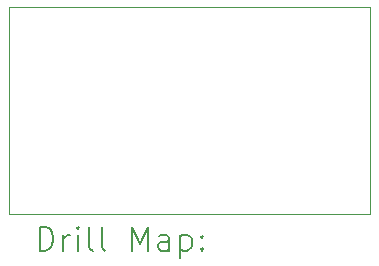
<source format=gbr>
%TF.GenerationSoftware,KiCad,Pcbnew,8.0.8*%
%TF.CreationDate,2025-02-20T18:26:07-06:00*%
%TF.ProjectId,LED_CIRCUIT,4c45445f-4349-4524-9355-49542e6b6963,rev?*%
%TF.SameCoordinates,Original*%
%TF.FileFunction,Drillmap*%
%TF.FilePolarity,Positive*%
%FSLAX45Y45*%
G04 Gerber Fmt 4.5, Leading zero omitted, Abs format (unit mm)*
G04 Created by KiCad (PCBNEW 8.0.8) date 2025-02-20 18:26:07*
%MOMM*%
%LPD*%
G01*
G04 APERTURE LIST*
%ADD10C,0.050000*%
%ADD11C,0.200000*%
G04 APERTURE END LIST*
D10*
X11450000Y-5750000D02*
X11450000Y-7500000D01*
X14500000Y-7500000D02*
X11450000Y-7500000D01*
X14500000Y-5750000D02*
X14500000Y-7500000D01*
X14500000Y-5750000D02*
X11450000Y-5750000D01*
D11*
X11708277Y-7813984D02*
X11708277Y-7613984D01*
X11708277Y-7613984D02*
X11755896Y-7613984D01*
X11755896Y-7613984D02*
X11784467Y-7623508D01*
X11784467Y-7623508D02*
X11803515Y-7642555D01*
X11803515Y-7642555D02*
X11813039Y-7661603D01*
X11813039Y-7661603D02*
X11822562Y-7699698D01*
X11822562Y-7699698D02*
X11822562Y-7728269D01*
X11822562Y-7728269D02*
X11813039Y-7766365D01*
X11813039Y-7766365D02*
X11803515Y-7785412D01*
X11803515Y-7785412D02*
X11784467Y-7804460D01*
X11784467Y-7804460D02*
X11755896Y-7813984D01*
X11755896Y-7813984D02*
X11708277Y-7813984D01*
X11908277Y-7813984D02*
X11908277Y-7680650D01*
X11908277Y-7718746D02*
X11917801Y-7699698D01*
X11917801Y-7699698D02*
X11927324Y-7690174D01*
X11927324Y-7690174D02*
X11946372Y-7680650D01*
X11946372Y-7680650D02*
X11965420Y-7680650D01*
X12032086Y-7813984D02*
X12032086Y-7680650D01*
X12032086Y-7613984D02*
X12022562Y-7623508D01*
X12022562Y-7623508D02*
X12032086Y-7633031D01*
X12032086Y-7633031D02*
X12041610Y-7623508D01*
X12041610Y-7623508D02*
X12032086Y-7613984D01*
X12032086Y-7613984D02*
X12032086Y-7633031D01*
X12155896Y-7813984D02*
X12136848Y-7804460D01*
X12136848Y-7804460D02*
X12127324Y-7785412D01*
X12127324Y-7785412D02*
X12127324Y-7613984D01*
X12260658Y-7813984D02*
X12241610Y-7804460D01*
X12241610Y-7804460D02*
X12232086Y-7785412D01*
X12232086Y-7785412D02*
X12232086Y-7613984D01*
X12489229Y-7813984D02*
X12489229Y-7613984D01*
X12489229Y-7613984D02*
X12555896Y-7756841D01*
X12555896Y-7756841D02*
X12622562Y-7613984D01*
X12622562Y-7613984D02*
X12622562Y-7813984D01*
X12803515Y-7813984D02*
X12803515Y-7709222D01*
X12803515Y-7709222D02*
X12793991Y-7690174D01*
X12793991Y-7690174D02*
X12774943Y-7680650D01*
X12774943Y-7680650D02*
X12736848Y-7680650D01*
X12736848Y-7680650D02*
X12717801Y-7690174D01*
X12803515Y-7804460D02*
X12784467Y-7813984D01*
X12784467Y-7813984D02*
X12736848Y-7813984D01*
X12736848Y-7813984D02*
X12717801Y-7804460D01*
X12717801Y-7804460D02*
X12708277Y-7785412D01*
X12708277Y-7785412D02*
X12708277Y-7766365D01*
X12708277Y-7766365D02*
X12717801Y-7747317D01*
X12717801Y-7747317D02*
X12736848Y-7737793D01*
X12736848Y-7737793D02*
X12784467Y-7737793D01*
X12784467Y-7737793D02*
X12803515Y-7728269D01*
X12898753Y-7680650D02*
X12898753Y-7880650D01*
X12898753Y-7690174D02*
X12917801Y-7680650D01*
X12917801Y-7680650D02*
X12955896Y-7680650D01*
X12955896Y-7680650D02*
X12974943Y-7690174D01*
X12974943Y-7690174D02*
X12984467Y-7699698D01*
X12984467Y-7699698D02*
X12993991Y-7718746D01*
X12993991Y-7718746D02*
X12993991Y-7775888D01*
X12993991Y-7775888D02*
X12984467Y-7794936D01*
X12984467Y-7794936D02*
X12974943Y-7804460D01*
X12974943Y-7804460D02*
X12955896Y-7813984D01*
X12955896Y-7813984D02*
X12917801Y-7813984D01*
X12917801Y-7813984D02*
X12898753Y-7804460D01*
X13079705Y-7794936D02*
X13089229Y-7804460D01*
X13089229Y-7804460D02*
X13079705Y-7813984D01*
X13079705Y-7813984D02*
X13070182Y-7804460D01*
X13070182Y-7804460D02*
X13079705Y-7794936D01*
X13079705Y-7794936D02*
X13079705Y-7813984D01*
X13079705Y-7690174D02*
X13089229Y-7699698D01*
X13089229Y-7699698D02*
X13079705Y-7709222D01*
X13079705Y-7709222D02*
X13070182Y-7699698D01*
X13070182Y-7699698D02*
X13079705Y-7690174D01*
X13079705Y-7690174D02*
X13079705Y-7709222D01*
M02*

</source>
